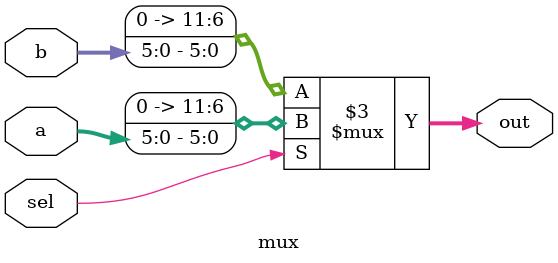
<source format=v>
`timescale 1ns / 1ps
module mux(
    input [5:0] a,
    input [5:0] b,
    input sel,
    output reg [11:0] out
    );
	 always@(sel)
	 begin
		if(sel)
			out <= a;
		else
			out <= b;
	 end


endmodule

</source>
